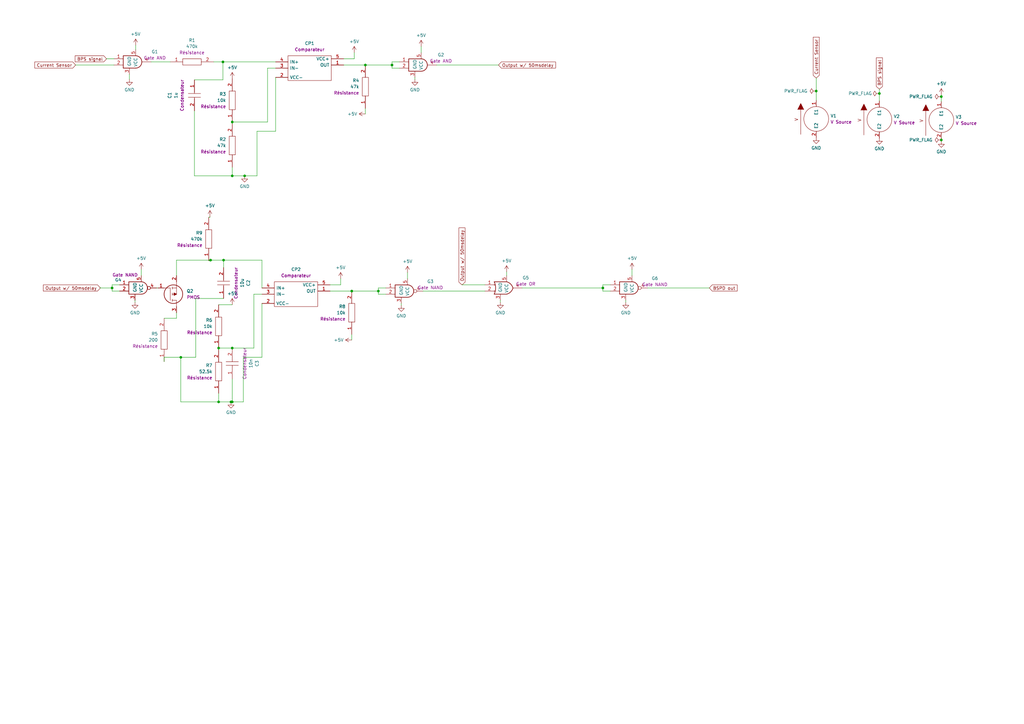
<source format=kicad_sch>
(kicad_sch (version 20230121) (generator eeschema)
  (paper "A3")
  (lib_symbols
    (symbol "EPSA_lib:Condensateur 0805Y1000104JXT" (pin_names (offset 0.762))
      (property "Reference" "C" (at 20.32 5.08 0))
      (property "Value" "10u" (at 11.43 -2.286 0))
      (property "Render Name" "Condensateur" (at 6.35 3.81 0))
      (symbol "Condensateur 0805Y1000104JXT_0_0"
        (pin passive line (at 0 0 0) (length 5.08) (name "~") (number "1"))
        (pin passive line (at 12.7 0 180) (length 5.08) (name "~") (number "2"))
      )
      (symbol "Condensateur 0805Y1000104JXT_0_1"
        (polyline (pts (xy 5.08 0) (xy 5.588 0)) (stroke (width 0.1524)))
        (polyline (pts (xy 5.588 2.54) (xy 5.588 -2.54)) (stroke (width 0.1524)))
        (polyline (pts (xy 7.112 0) (xy 7.62 0)) (stroke (width 0.1524)))
        (polyline (pts (xy 7.112 2.54) (xy 7.112 -2.54)) (stroke (width 0.1524)))
      )
    )
    (symbol "EPSA_lib:Dep_Comparateur TS391ILT" (pin_names (offset 0.762))
      (property "Reference" "CP" (at 35.56 8.89 0))
      (property "Render Name" "Comparateur" (at 13.97 3.81 0))
      (symbol "Dep_Comparateur TS391ILT_0_0"
        (pin passive line (at 27.94 -1.27 180) (length 5.08) (name "OUT") (number "1"))
        (pin passive line (at 0 -6.35 0) (length 5.08) (name "VCC-") (number "2"))
        (pin passive line (at 0 -2.54 0) (length 5.08) (name "IN-") (number "3"))
        (pin passive line (at 0 0 0) (length 5.08) (name "IN+") (number "4"))
        (pin passive line (at 27.94 1.27 180) (length 5.08) (name "VCC+") (number "5"))
      )
      (symbol "Dep_Comparateur TS391ILT_0_1"
        (polyline (pts (xy 5.08 2.54) (xy 22.86 2.54) (xy 22.86 -7.62) (xy 5.08 -7.62) (xy 5.08 2.54)) (stroke (width 0.1524)))
      )
    )
    (symbol "EPSA_lib:Gate AND SN74AHCT1G08DBVR" (pin_names (offset 0.762))
      (property "Reference" "G" (at 34.29 8.89 0))
      (property "Render Name" "Gate AND" (at -1.27 3.81 0))
      (symbol "Gate AND SN74AHCT1G08DBVR_1_1"
        (polyline (pts (xy 5.08 -2.54) (xy 0 -2.54) (xy 0 2.54) (xy 5.08 2.54)) (stroke (width 0.254)))
        (arc (start 5.1025 -2.54) (mid 7.6201 0) (end 5.1025 2.54) (stroke (width 0.254)))
        (pin input line (at -3.81 1.27 0) (length 3.81) (name "~") (number "1"))
        (pin input line (at -3.81 -1.27 0) (length 3.81) (name "~") (number "2"))
        (pin power_in line (at 2.54 -5.08 90) (length 2.54) (name "GND") (number "3"))
        (pin output line (at 11.43 0 180) (length 3.81) (name "~") (number "4"))
        (pin power_in line (at 5.08 5.08 270) (length 2.54) (name "VCC") (number "5"))
      )
    )
    (symbol "EPSA_lib:Gate NAND SN74AHCT1G00DBVR" (pin_names (offset 0.762))
      (property "Reference" "G" (at 35.56 8.89 0))
      (property "Render Name" "Gate NAND" (at -2.54 3.81 0))
      (symbol "Gate NAND SN74AHCT1G00DBVR_1_1"
        (polyline (pts (xy 5.08 -2.54) (xy 0 -2.54) (xy 0 2.54) (xy 5.08 2.54)) (stroke (width 0.254)))
        (arc (start 5.1025 -2.54) (mid 7.6201 0) (end 5.1025 2.54) (stroke (width 0.254)))
        (pin input line (at -3.81 1.27 0) (length 3.81) (name "~") (number "1"))
        (pin input line (at -3.81 -1.27 0) (length 3.81) (name "~") (number "2"))
        (pin power_in line (at 2.54 -5.08 90) (length 2.54) (name "GND") (number "3"))
        (pin output inverted (at 11.43 0 180) (length 3.81) (name "~") (number "4"))
        (pin power_in line (at 5.08 5.08 270) (length 2.54) (name "VCC") (number "5"))
      )
    )
    (symbol "EPSA_lib:Gate OR SN74AHCT1G32DBVR" (pin_names (offset 0.762))
      (property "Reference" "G" (at 34.29 8.89 0))
      (property "Render Name" "Gate OR" (at -1.27 3.81 0))
      (symbol "Gate OR SN74AHCT1G32DBVR_0_1"
        (arc (start 0 -2.54) (mid 0.5766 0) (end -0.0001 2.54) (stroke (width 0.254)))
        (polyline (pts (xy 0 -1.27) (xy 0.423 -1.2701)) (stroke (width 0.254)) (fill (type background)))
        (polyline (pts (xy 0 1.27) (xy 0.423 1.2699)) (stroke (width 0.254)) (fill (type background)))
        (polyline (pts (xy 5.08 -2.54) (xy 0 -2.54)) (stroke (width 0.254)) (fill (type background)))
        (polyline (pts (xy 5.08 2.54) (xy 0 2.54)) (stroke (width 0.254)) (fill (type background)))
        (arc (start 5.1236 -2.5337) (mid 6.7182 -1.6531) (end 7.6819 -0.1073) (stroke (width 0.254)))
        (arc (start 7.6747 -0.0069) (mid 6.748 1.6064) (end 5.1347 2.5331) (stroke (width 0.254)))
      )
      (symbol "Gate OR SN74AHCT1G32DBVR_1_1"
        (pin input line (at -3.81 1.27 0) (length 3.81) (name "~") (number "1"))
        (pin input line (at -3.81 -1.27 0) (length 3.81) (name "~") (number "2"))
        (pin power_in line (at 2.54 -5.08 90) (length 2.54) (name "GND") (number "3"))
        (pin output line (at 11.43 0 180) (length 3.81) (name "~") (number "4"))
        (pin power_in line (at 5.08 5.08 270) (length 2.54) (name "VCC") (number "5"))
      )
    )
    (symbol "EPSA_lib:PMOS SI2343CDS-T1-GE3" (pin_names (offset 0.762))
      (property "Reference" "Q" (at 27.94 12.7 0))
      (property "Render Name" "PMOS" (at 1.27 -1.27 0))
      (symbol "PMOS SI2343CDS-T1-GE3_0_0"
        (pin passive line (at -1.905 10.795 270) (length 2.54) (name "~") (number "1"))
        (pin passive line (at -6.985 3.175 0) (length 2.54) (name "~") (number "2"))
        (pin passive line (at 8.255 3.175 180) (length 2.54) (name "~") (number "3"))
      )
      (symbol "PMOS SI2343CDS-T1-GE3_0_1"
        (polyline (pts (xy -2.413 4.953) (xy -1.397 4.953)) (stroke (width 0.1524)))
        (polyline (pts (xy -1.905 4.953) (xy -1.905 3.175)) (stroke (width 0.1524)))
        (polyline (pts (xy 0.127 4.953) (xy 1.143 4.953)) (stroke (width 0.1524)))
        (polyline (pts (xy 0.635 3.175) (xy -4.445 3.175)) (stroke (width 0.1524)))
        (polyline (pts (xy 0.635 3.175) (xy 0.635 4.953)) (stroke (width 0.1524)))
        (polyline (pts (xy 3.175 3.175) (xy 3.175 4.953)) (stroke (width 0.1524)))
        (polyline (pts (xy 3.175 3.175) (xy 5.715 3.175)) (stroke (width 0.1524)))
        (polyline (pts (xy 3.683 4.953) (xy 2.667 4.953)) (stroke (width 0.1524)))
        (polyline (pts (xy -1.905 8.255) (xy -1.905 5.715) (xy 3.175 5.715)) (stroke (width 0.1524)))
        (polyline (pts (xy 0.635 3.175) (xy 1.143 4.191) (xy 0.127 4.191) (xy 0.635 3.175)) (stroke (width 0.254)) (fill (type outline)))
        (circle (center 0.635 4.445) (radius 3.81) (stroke (width 0.254)))
      )
    )
    (symbol "EPSA_lib:Résistance RK73H2BLTDD2152F" (pin_names (offset 0.762))
      (property "Reference" "R" (at 25.4 5.08 0))
      (property "Value" "10" (at 7.62 -2.54 0))
      (property "Render Name" "Résistance" (at 8.89 2.54 0))
      (symbol "Résistance RK73H2BLTDD2152F_0_0"
        (pin passive line (at 0 0 0) (length 5.08) (name "~") (number "1"))
        (pin passive line (at 17.78 0 180) (length 5.08) (name "~") (number "2"))
      )
      (symbol "Résistance RK73H2BLTDD2152F_0_1"
        (polyline (pts (xy 5.08 1.27) (xy 12.7 1.27) (xy 12.7 -1.27) (xy 5.08 -1.27) (xy 5.08 1.27)) (stroke (width 0.1524)))
      )
    )
    (symbol "EPSA_lib:VSOURCE" (pin_names (offset 1.016)) (in_bom no) (on_board no)
      (property "Reference" "V" (at 8.89 12.7 0))
      (property "Render Name" "V Source" (at -1.27 10.16 0))
      (symbol "VSOURCE_0_1"
        (circle (center -1.27 0) (radius 5.08))
        (polyline (pts (xy -7.62 6.35) (xy 2.54 6.35)) (fill (type outline)))
        (polyline (pts (xy 2.54 7.62) (xy 5.08 6.35) (xy 2.54 5.08)) (fill (type outline)))
        (text "V" (at -1.524 8.128 0) (effects (font (size 1.27 1.27))))
      )
      (symbol "VSOURCE_1_1"
        (pin input line (at 6.35 0 180) (length 2.54) (name "E1") (number "1"))
        (pin input line (at -8.89 0 0) (length 2.54) (name "E2") (number "2"))
      )
    )
    (symbol "power:+5V" (power) (pin_names (offset 0))
      (property "Value" "+5V" (at 0 3.556 0))
      (symbol "+5V_0_1"
        (polyline (pts (xy -0.762 1.27) (xy 0 2.54)))
        (polyline (pts (xy 0 0) (xy 0 2.54)))
        (polyline (pts (xy 0 2.54) (xy 0.762 1.27)))
      )
      (symbol "+5V_1_1"
        (pin power_in line (at 0 0 90) (length 0) hide (name "+5V") (number "1"))
      )
    )
    (symbol "power:GND" (power) (pin_names (offset 0))
      (property "Value" "GND" (at 0 -3.81 0))
      (symbol "GND_0_1"
        (polyline (pts (xy 0 0) (xy 0 -1.27) (xy 1.27 -1.27) (xy 0 -2.54) (xy -1.27 -1.27) (xy 0 -1.27)))
      )
      (symbol "GND_1_1"
        (pin power_in line (at 0 0 270) (length 0) hide (name "GND") (number "1"))
      )
    )
    (symbol "power:PWR_FLAG" (power) (pin_numbers hide) (pin_names (offset 0) hide)
      (property "Value" "PWR_FLAG" (at 0 3.81 0))
      (symbol "PWR_FLAG_0_0"
        (pin power_out line (at 0 0 90) (length 0) (name "pwr") (number "1"))
      )
      (symbol "PWR_FLAG_0_1"
        (polyline (pts (xy 0 0) (xy 0 1.27) (xy -1.016 1.905) (xy 0 2.54) (xy 1.016 1.905) (xy 0 1.27)))
      )
    )
  )
  (junction (at 74.168 146.558))
  (junction (at 144.272 119.38))
  (junction (at 86.36 106.68))
  (junction (at 95.25 72.136))
  (junction (at 91.694 106.68))
  (junction (at 386.08 57.404))
  (junction (at 89.662 164.846))
  (junction (at 95.25 164.846))
  (junction (at 45.974 118.11))
  (junction (at 94.742 164.846))
  (junction (at 155.194 119.38))
  (junction (at 386.08 39.624))
  (junction (at 95.25 50.038))
  (junction (at 360.68 38.354))
  (junction (at 247.269 118.11))
  (junction (at 160.782 26.67))
  (junction (at 334.772 37.338))
  (junction (at 149.86 26.67))
  (junction (at 100.33 72.136))
  (junction (at 91.44 25.4))
  (junction (at 89.662 142.748))
  (junction (at 95.25 142.748))
  (wire (pts (xy 86.36 106.68) (xy 91.694 106.68)))
  (wire (pts (xy 113.03 31.75) (xy 113.03 53.848)))
  (wire (pts (xy 89.662 164.846) (xy 89.662 161.29)))
  (wire (pts (xy 113.03 53.848) (xy 105.41 53.848)))
  (wire (pts (xy 160.782 25.4) (xy 160.782 26.67)))
  (wire (pts (xy 45.974 118.11) (xy 45.974 119.38)))
  (wire (pts (xy 109.728 50.038) (xy 109.728 27.94)))
  (wire (pts (xy 43.688 24.13) (xy 46.736 24.13)))
  (wire (pts (xy 86.36 106.934) (xy 86.36 106.68)))
  (wire (pts (xy 86.106 89.154) (xy 86.106 88.9)))
  (wire (pts (xy 139.7 116.84) (xy 135.382 116.84)))
  (wire (pts (xy 89.662 142.748) (xy 89.662 143.51)))
  (wire (pts (xy 95.25 72.136) (xy 95.25 68.58)))
  (wire (pts (xy 53.086 30.48) (xy 53.086 32.512)))
  (wire (pts (xy 64.262 118.11) (xy 64.77 118.11)))
  (wire (pts (xy 85.598 89.154) (xy 86.106 89.154)))
  (wire (pts (xy 95.25 142.748) (xy 104.14 142.748)))
  (wire (pts (xy 80.264 122.428) (xy 91.694 122.428)))
  (wire (pts (xy 91.694 109.728) (xy 91.694 106.68)))
  (wire (pts (xy 109.728 27.94) (xy 113.03 27.94)))
  (wire (pts (xy 74.168 146.558) (xy 74.168 164.846)))
  (wire (pts (xy 265.557 118.11) (xy 290.957 118.11)))
  (wire (pts (xy 95.25 72.136) (xy 79.756 72.136)))
  (wire (pts (xy 247.269 116.84) (xy 247.269 118.11)))
  (wire (pts (xy 386.08 38.862) (xy 386.08 39.624)))
  (wire (pts (xy 160.782 27.94) (xy 163.83 27.94)))
  (wire (pts (xy 145.288 21.59) (xy 145.288 24.13)))
  (wire (pts (xy 155.194 120.65) (xy 158.242 120.65)))
  (wire (pts (xy 173.482 119.38) (xy 198.882 119.38)))
  (wire (pts (xy 334.772 32.004) (xy 334.772 37.338)))
  (wire (pts (xy 89.662 164.846) (xy 74.168 164.846)))
  (wire (pts (xy 80.264 146.558) (xy 74.168 146.558)))
  (wire (pts (xy 85.598 106.934) (xy 86.36 106.934)))
  (wire (pts (xy 167.132 111.76) (xy 167.132 114.3)))
  (wire (pts (xy 334.772 37.338) (xy 334.772 41.148)))
  (wire (pts (xy 135.382 119.38) (xy 144.272 119.38)))
  (wire (pts (xy 189.484 116.84) (xy 198.882 116.84)))
  (wire (pts (xy 247.269 118.11) (xy 247.269 119.38)))
  (wire (pts (xy 207.772 111.506) (xy 207.772 113.03)))
  (wire (pts (xy 164.592 124.46) (xy 164.592 125.222)))
  (wire (pts (xy 94.742 164.846) (xy 89.662 164.846)))
  (wire (pts (xy 91.44 32.766) (xy 79.756 32.766)))
  (wire (pts (xy 95.25 124.968) (xy 89.662 124.968)))
  (wire (pts (xy 79.756 72.136) (xy 79.756 45.466)))
  (wire (pts (xy 360.68 38.354) (xy 360.68 41.402)))
  (wire (pts (xy 386.08 57.404) (xy 386.08 56.896)))
  (wire (pts (xy 72.39 106.68) (xy 86.36 106.68)))
  (wire (pts (xy 144.272 139.446) (xy 144.272 137.16)))
  (wire (pts (xy 107.442 124.46) (xy 107.442 146.558)))
  (wire (pts (xy 49.022 116.84) (xy 45.974 116.84)))
  (wire (pts (xy 386.08 39.624) (xy 386.08 41.656)))
  (wire (pts (xy 214.122 118.11) (xy 247.269 118.11)))
  (wire (pts (xy 80.264 122.428) (xy 80.264 146.558)))
  (wire (pts (xy 95.25 164.846) (xy 94.742 164.846)))
  (wire (pts (xy 57.912 110.49) (xy 57.912 113.03)))
  (wire (pts (xy 95.25 50.038) (xy 109.728 50.038)))
  (wire (pts (xy 41.148 118.11) (xy 41.148 117.856)))
  (wire (pts (xy 55.372 123.19) (xy 55.372 123.952)))
  (wire (pts (xy 61.976 25.4) (xy 69.85 25.4)))
  (wire (pts (xy 105.41 53.848) (xy 105.41 72.136)))
  (wire (pts (xy 158.242 118.11) (xy 155.194 118.11)))
  (wire (pts (xy 67.31 146.558) (xy 74.168 146.558)))
  (wire (pts (xy 155.194 119.38) (xy 155.194 120.65)))
  (wire (pts (xy 45.974 119.38) (xy 49.022 119.38)))
  (wire (pts (xy 170.18 31.75) (xy 170.18 32.512)))
  (wire (pts (xy 72.39 130.556) (xy 67.31 130.556)))
  (wire (pts (xy 104.14 142.748) (xy 104.14 120.65)))
  (wire (pts (xy 144.272 119.38) (xy 155.194 119.38)))
  (wire (pts (xy 104.14 120.65) (xy 107.442 120.65)))
  (wire (pts (xy 95.25 50.038) (xy 95.25 50.8)))
  (wire (pts (xy 205.232 123.19) (xy 205.232 123.952)))
  (wire (pts (xy 107.442 146.558) (xy 99.822 146.558)))
  (wire (pts (xy 163.83 25.4) (xy 160.782 25.4)))
  (wire (pts (xy 99.822 164.846) (xy 95.25 164.846)))
  (wire (pts (xy 99.822 146.558) (xy 99.822 164.846)))
  (wire (pts (xy 45.974 116.84) (xy 45.974 118.11)))
  (wire (pts (xy 247.269 119.38) (xy 250.317 119.38)))
  (wire (pts (xy 30.988 26.67) (xy 46.736 26.67)))
  (wire (pts (xy 91.694 106.68) (xy 107.442 106.68)))
  (wire (pts (xy 95.25 155.448) (xy 95.25 164.846)))
  (wire (pts (xy 360.68 36.576) (xy 360.68 38.354)))
  (wire (pts (xy 139.7 114.3) (xy 139.7 116.84)))
  (wire (pts (xy 107.442 106.68) (xy 107.442 118.11)))
  (wire (pts (xy 91.44 25.4) (xy 113.03 25.4)))
  (wire (pts (xy 105.41 72.136) (xy 100.33 72.136)))
  (wire (pts (xy 386.08 57.912) (xy 386.08 57.404)))
  (wire (pts (xy 160.782 26.67) (xy 160.782 27.94)))
  (wire (pts (xy 256.667 123.19) (xy 256.667 123.952)))
  (wire (pts (xy 145.288 24.13) (xy 140.97 24.13)))
  (wire (pts (xy 41.148 118.11) (xy 45.974 118.11)))
  (wire (pts (xy 250.317 116.84) (xy 247.269 116.84)))
  (wire (pts (xy 91.44 32.766) (xy 91.44 25.4)))
  (wire (pts (xy 155.194 118.11) (xy 155.194 119.38)))
  (wire (pts (xy 140.97 26.67) (xy 149.86 26.67)))
  (wire (pts (xy 89.662 142.748) (xy 95.25 142.748)))
  (wire (pts (xy 149.86 26.67) (xy 160.782 26.67)))
  (wire (pts (xy 172.72 19.05) (xy 172.72 21.59)))
  (wire (pts (xy 67.31 146.558) (xy 67.31 148.336)))
  (wire (pts (xy 259.207 110.49) (xy 259.207 113.03)))
  (wire (pts (xy 179.07 26.67) (xy 204.47 26.67)))
  (wire (pts (xy 100.33 72.136) (xy 95.25 72.136)))
  (wire (pts (xy 72.39 106.68) (xy 72.39 113.03)))
  (wire (pts (xy 55.626 18.542) (xy 55.626 20.32)))
  (wire (pts (xy 91.44 25.4) (xy 87.63 25.4)))
  (wire (pts (xy 149.86 46.736) (xy 149.86 44.45)))
  (wire (pts (xy 72.39 128.27) (xy 72.39 130.556)))
  (global_label "Output w{slash} 50msdelay" (shape input) (at 204.47 26.67 0) (property "Intersheetrefs" "${INTERSHEET_REFS}" (effects hide)))
  (global_label "Current Sensor" (shape input) (at 30.988 26.67 180) (property "Intersheetrefs" "${INTERSHEET_REFS}" (effects hide)))
  (global_label "BPS signal" (shape input) (at 360.68 36.576 90) (property "Intersheetrefs" "${INTERSHEET_REFS}" (effects hide)))
  (global_label "BPS signal" (shape input) (at 43.688 24.13 180) (property "Intersheetrefs" "${INTERSHEET_REFS}" (effects hide)))
  (global_label "Current Sensor" (shape input) (at 334.772 32.004 90) (property "Intersheetrefs" "${INTERSHEET_REFS}" (effects hide)))
  (global_label "BSPD out" (shape input) (at 290.957 118.11 0) (property "Intersheetrefs" "${INTERSHEET_REFS}" (effects hide)))
  (global_label "Output w{slash} 50msdelay" (shape input) (at 41.148 118.11 180) (property "Intersheetrefs" "${INTERSHEET_REFS}" (effects hide)))
  (global_label "Output w{slash} 50msdelay" (shape input) (at 189.484 116.84 90) (property "Intersheetrefs" "${INTERSHEET_REFS}" (effects hide)))
  (symbol (lib_id "EPSA_lib:Résistance RK73H2BLTDD2152F") (at 69.85 25.4 0) (unit 1)
    (property "Reference" "R1" (at 78.74 16.51 0))
    (property "Value" "470k" (at 78.74 19.05 0))
    (property "Footprint" "EPSA_lib:RESC3216X70N" (effects hide))
    (property "Datasheet" "http://www.koaspeer.com/catimages/Products/RK73H/RK73H.pdf" (effects hide))
    (property "Sim.Pins" "1=+ 2=-" (effects hide))
    (property "Sim.Device" "R" (effects hide))
    (property "Description" "Thick Film Resistors - SMD" (effects hide))
    (property "Height" "0.7" (effects hide))
    (property "Manufacturer_Name" "KOA Speer" (effects hide))
    (property "Manufacturer_Part_Number" "RK73H2BLTDD2152F" (effects hide))
    (property "Mouser Part Number" "N/A" (effects hide))
    (property "Mouser Price/Stock" "https://www.mouser.co.uk/ProductDetail/KOA-Speer/RK73H2BLTDD2152F?qs=WeIALVmW3zmyxMFsjVzMRw%3D%3D" (effects hide))
    (property "Render Name" "Résistance" (at 78.74 21.59 0))
  )
  (symbol (lib_id "power:PWR_FLAG") (at 386.08 39.624 90) (unit 1)
    (property "Reference" "#FLG03" (effects hide))
    (property "Value" "PWR_FLAG" (at 382.524 39.624 90) (effects (justify left)))
  )
  (symbol (lib_id "power:GND") (at 94.742 164.846 0) (unit 1)
    (property "Reference" "#PWR012" (effects hide))
    (property "Value" "GND" (at 94.742 169.164 0))
  )
  (symbol (lib_id "EPSA_lib:Résistance RK73H2BLTDD2152F") (at 95.25 68.58 270) (mirror x) (unit 1)
    (property "Reference" "R2" (at 92.71 57.15 90) (effects (justify right)))
    (property "Value" "47k" (at 92.71 59.69 90) (effects (justify right)))
    (property "Footprint" "EPSA_lib:RESC3216X70N" (effects hide))
    (property "Datasheet" "http://www.koaspeer.com/catimages/Products/RK73H/RK73H.pdf" (effects hide))
    (property "Sim.Pins" "1=+ 2=-" (effects hide))
    (property "Sim.Device" "R" (effects hide))
    (property "Description" "Thick Film Resistors - SMD" (effects hide))
    (property "Height" "0.7" (effects hide))
    (property "Manufacturer_Name" "KOA Speer" (effects hide))
    (property "Manufacturer_Part_Number" "RK73H2BLTDD2152F" (effects hide))
    (property "Mouser Part Number" "N/A" (effects hide))
    (property "Mouser Price/Stock" "https://www.mouser.co.uk/ProductDetail/KOA-Speer/RK73H2BLTDD2152F?qs=WeIALVmW3zmyxMFsjVzMRw%3D%3D" (effects hide))
    (property "Render Name" "Résistance" (at 92.71 62.23 90) (effects (justify right)))
  )
  (symbol (lib_id "power:PWR_FLAG") (at 386.08 57.404 90) (unit 1)
    (property "Reference" "#FLG04" (effects hide))
    (property "Value" "PWR_FLAG" (at 382.524 57.404 90) (effects (justify left)))
  )
  (symbol (lib_id "EPSA_lib:Gate NAND SN74AHCT1G00DBVR") (at 254.127 118.11 0) (unit 1)
    (property "Reference" "G6" (at 268.605 114.1731 0))
    (property "Value" "Gate NAND SN74AHCT1G00DBVR" (effects hide))
    (property "Footprint" "EPSA_lib:SOT95P280X145-5N" (effects hide))
    (property "Datasheet" "http://www.ti.com/lit/gpn/sn74ahct1g00" (effects hide))
    (property "Sim.Pins" "4=1 1=2 2=3 5=4 3=5" (effects hide))
    (property "Sim.Device" "SPICE" (effects hide))
    (property "Sim.Params" "type=\"X\" model=\"SN74AHCT1G00\" lib=\"${EPSA}\\SpiceModel\\NAND_SN74AHCT1G00.lib\"" (effects hide))
    (property "Description" "Single 2-Input Positive-NAND Gate" (effects hide))
    (property "Height" "1.45" (effects hide))
    (property "Manufacturer_Name" "Texas Instruments" (effects hide))
    (property "Manufacturer_Part_Number" "SN74AHCT1G00DBVR" (effects hide))
    (property "Mouser Part Number" "595-SN74AHCT1G00DBVR" (effects hide))
    (property "Mouser Price/Stock" "https://www.mouser.co.uk/ProductDetail/Texas-Instruments/SN74AHCT1G00DBVR?qs=w32V8uFkMxnwwXcMH%2F61Dg%3D%3D" (effects hide))
    (property "Arrow Part Number" "SN74AHCT1G00DBVR" (effects hide))
    (property "Arrow Price/Stock" "https://www.arrow.com/en/products/sn74ahct1g00dbvr/texas-instruments" (effects hide))
    (property "Render Name" "Gate NAND" (at 268.605 116.7131 0))
  )
  (symbol (lib_id "power:+5V") (at 144.272 139.446 90) (unit 1)
    (property "Reference" "#PWR014" (effects hide))
    (property "Value" "+5V" (at 140.97 139.446 90) (effects (justify left)))
  )
  (symbol (lib_id "power:+5V") (at 167.132 111.76 0) (unit 1)
    (property "Reference" "#PWR018" (effects hide))
    (property "Value" "+5V" (at 167.132 107.188 0))
  )
  (symbol (lib_id "EPSA_lib:Résistance RK73H2BLTDD2152F") (at 89.662 142.748 270) (mirror x) (unit 1)
    (property "Reference" "R6" (at 87.122 131.318 90) (effects (justify right)))
    (property "Value" "10k" (at 87.122 133.858 90) (effects (justify right)))
    (property "Footprint" "EPSA_lib:RESC3216X70N" (effects hide))
    (property "Datasheet" "http://www.koaspeer.com/catimages/Products/RK73H/RK73H.pdf" (effects hide))
    (property "Sim.Pins" "1=+ 2=-" (effects hide))
    (property "Sim.Device" "R" (effects hide))
    (property "Description" "Thick Film Resistors - SMD" (effects hide))
    (property "Height" "0.7" (effects hide))
    (property "Manufacturer_Name" "KOA Speer" (effects hide))
    (property "Manufacturer_Part_Number" "RK73H2BLTDD2152F" (effects hide))
    (property "Mouser Part Number" "N/A" (effects hide))
    (property "Mouser Price/Stock" "https://www.mouser.co.uk/ProductDetail/KOA-Speer/RK73H2BLTDD2152F?qs=WeIALVmW3zmyxMFsjVzMRw%3D%3D" (effects hide))
    (property "Render Name" "Résistance" (at 87.122 136.398 90) (effects (justify right)))
  )
  (symbol (lib_id "power:+5V") (at 259.207 110.49 0) (unit 1)
    (property "Reference" "#PWR024" (effects hide))
    (property "Value" "+5V" (at 259.207 105.918 0))
  )
  (symbol (lib_id "power:+5V") (at 95.25 124.968 0) (unit 1)
    (property "Reference" "#PWR010" (effects hide))
    (property "Value" "+5V" (at 95.25 120.396 0))
  )
  (symbol (lib_id "EPSA_lib:Condensateur 0805Y1000104JXT") (at 91.694 122.428 270) (mirror x) (unit 1)
    (property "Reference" "C2" (at 101.854 116.078 0))
    (property "Value" "10u" (at 99.314 116.078 0))
    (property "Footprint" "EPSA_lib:CAPC2012X130N" (effects hide))
    (property "Datasheet" "http://docs-europe.electrocomponents.com/webdocs/119d/0900766b8119d7bc.pdf" (effects hide))
    (property "Sim.Pins" "1=+ 2=-" (effects hide))
    (property "Sim.Device" "C" (effects hide))
    (property "Description" "Syfer 0805 Ceramic Chip Capacitors" (effects hide))
    (property "Height" "1.3" (effects hide))
    (property "Manufacturer_Name" "Syfer" (effects hide))
    (property "Manufacturer_Part_Number" "0805Y1000104JXT" (effects hide))
    (property "Render Name" "Condensateur" (at 96.774 116.078 0))
  )
  (symbol (lib_id "power:GND") (at 53.086 32.512 0) (unit 1)
    (property "Reference" "#PWR02" (effects hide))
    (property "Value" "GND" (at 53.086 36.83 0))
  )
  (symbol (lib_id "power:+5V") (at 55.626 18.542 0) (unit 1)
    (property "Reference" "#PWR01" (effects hide))
    (property "Value" "+5V" (at 55.626 13.97 0))
  )
  (symbol (lib_id "EPSA_lib:Résistance RK73H2BLTDD2152F") (at 85.598 106.934 270) (mirror x) (unit 1)
    (property "Reference" "R9" (at 83.058 95.504 90) (effects (justify right)))
    (property "Value" "470k" (at 83.058 98.044 90) (effects (justify right)))
    (property "Footprint" "EPSA_lib:RESC3216X70N" (effects hide))
    (property "Datasheet" "http://www.koaspeer.com/catimages/Products/RK73H/RK73H.pdf" (effects hide))
    (property "Sim.Pins" "1=+ 2=-" (effects hide))
    (property "Sim.Device" "R" (effects hide))
    (property "Description" "Thick Film Resistors - SMD" (effects hide))
    (property "Height" "0.7" (effects hide))
    (property "Manufacturer_Name" "KOA Speer" (effects hide))
    (property "Manufacturer_Part_Number" "RK73H2BLTDD2152F" (effects hide))
    (property "Mouser Part Number" "N/A" (effects hide))
    (property "Mouser Price/Stock" "https://www.mouser.co.uk/ProductDetail/KOA-Speer/RK73H2BLTDD2152F?qs=WeIALVmW3zmyxMFsjVzMRw%3D%3D" (effects hide))
    (property "Render Name" "Résistance" (at 83.058 100.584 90) (effects (justify right)))
  )
  (symbol (lib_id "power:GND") (at 205.232 123.952 0) (unit 1)
    (property "Reference" "#PWR022" (effects hide))
    (property "Value" "GND" (at 205.232 128.27 0))
  )
  (symbol (lib_id "EPSA_lib:Gate NAND SN74AHCT1G00DBVR") (at 52.832 118.11 0) (unit 1)
    (property "Reference" "G4" (at 48.514 114.808 0))
    (property "Value" "Gate NAND SN74AHCT1G00DBVR" (effects hide))
    (property "Footprint" "EPSA_lib:SOT95P280X145-5N" (effects hide))
    (property "Datasheet" "http://www.ti.com/lit/gpn/sn74ahct1g00" (effects hide))
    (property "Sim.Pins" "4=1 1=2 2=3 5=4 3=5" (effects hide))
    (property "Sim.Device" "SPICE" (effects hide))
    (property "Sim.Params" "type=\"X\" model=\"SN74AHCT1G00\" lib=\"${EPSA}\\SpiceModel\\NAND_SN74AHCT1G00.lib\"" (effects hide))
    (property "Description" "Single 2-Input Positive-NAND Gate" (effects hide))
    (property "Height" "1.45" (effects hide))
    (property "Manufacturer_Name" "Texas Instruments" (effects hide))
    (property "Manufacturer_Part_Number" "SN74AHCT1G00DBVR" (effects hide))
    (property "Mouser Part Number" "595-SN74AHCT1G00DBVR" (effects hide))
    (property "Mouser Price/Stock" "https://www.mouser.co.uk/ProductDetail/Texas-Instruments/SN74AHCT1G00DBVR?qs=w32V8uFkMxnwwXcMH%2F61Dg%3D%3D" (effects hide))
    (property "Arrow Part Number" "SN74AHCT1G00DBVR" (effects hide))
    (property "Arrow Price/Stock" "https://www.arrow.com/en/products/sn74ahct1g00dbvr/texas-instruments" (effects hide))
    (property "Render Name" "Gate NAND" (at 51.308 112.776 0))
  )
  (symbol (lib_id "EPSA_lib:Gate AND SN74AHCT1G08DBVR") (at 167.64 26.67 0) (unit 1)
    (property "Reference" "G2" (at 180.848 22.4791 0))
    (property "Value" "Gate AND SN74AHCT1G08DBVR" (effects hide))
    (property "Footprint" "EPSA_lib:SOT95P280X145-5N" (effects hide))
    (property "Datasheet" "https://datasheet.datasheetarchive.com/originals/distributors/SFDatasheet-6/sf-000128638.pdf" (effects hide))
    (property "Sim.Pins" "4=1 1=2 2=3 5=4 3=5" (effects hide))
    (property "Sim.Device" "SPICE" (effects hide))
    (property "Sim.Params" "type=\"X\" model=\"SN74AHC1G08\" lib=\"${EPSA}\\SpiceModel\\AND_SN74AHC1G08.lib\"" (effects hide))
    (property "Description" "SN74AHCT1G08DBVR, Logic Gate 2 Input AND, AHCT, 8mA 5V 5-Pin SOT-23" (effects hide))
    (property "Height" "1.45" (effects hide))
    (property "Manufacturer_Name" "Texas Instruments" (effects hide))
    (property "Manufacturer_Part_Number" "SN74AHCT1G08DBVR" (effects hide))
    (property "Mouser Part Number" "595-SN74AHCT1G08DBVR" (effects hide))
    (property "Mouser Price/Stock" "https://www.mouser.co.uk/ProductDetail/Texas-Instruments/SN74AHCT1G08DBVR?qs=8Pd2FuFSoMGY9AK%2Ftqwbcw%3D%3D" (effects hide))
    (property "Arrow Part Number" "SN74AHCT1G08DBVR" (effects hide))
    (property "Arrow Price/Stock" "https://www.arrow.com/en/products/sn74ahct1g08dbvr/texas-instruments?region=nac" (effects hide))
    (property "Render Name" "Gate AND" (at 180.848 25.0191 0))
  )
  (symbol (lib_id "power:GND") (at 386.08 57.912 0) (unit 1)
    (property "Reference" "#PWR07" (effects hide))
    (property "Value" "GND" (at 386.08 62.23 0))
  )
  (symbol (lib_id "power:+5V") (at 57.912 110.49 0) (unit 1)
    (property "Reference" "#PWR020" (effects hide))
    (property "Value" "+5V" (at 57.912 105.918 0))
  )
  (symbol (lib_id "EPSA_lib:VSOURCE") (at 360.68 47.752 90) (unit 1) (in_bom no) (on_board no)
    (property "Reference" "V2" (at 366.522 47.752 90) (effects (justify right)))
    (property "Value" "5" (effects hide))
    (property "Sim.Pins" "1=+ 2=-" (effects hide))
    (property "Sim.Type" "PULSE" (effects hide))
    (property "Sim.Device" "V" (effects hide))
    (property "Render Name" "V Source" (at 366.522 50.292 90) (effects (justify right)))
    (property "Sim.Params" "y1=0 y2=5 td=1 tr=0.01 tf=0.01 tw=5 per=10 np=4" (effects hide))
  )
  (symbol (lib_id "EPSA_lib:Résistance RK73H2BLTDD2152F") (at 89.662 161.29 270) (mirror x) (unit 1)
    (property "Reference" "R7" (at 87.122 149.86 90) (effects (justify right)))
    (property "Value" "52.5k" (at 87.122 152.4 90) (effects (justify right)))
    (property "Footprint" "EPSA_lib:RESC3216X70N" (effects hide))
    (property "Datasheet" "http://www.koaspeer.com/catimages/Products/RK73H/RK73H.pdf" (effects hide))
    (property "Sim.Pins" "1=+ 2=-" (effects hide))
    (property "Sim.Device" "R" (effects hide))
    (property "Description" "Thick Film Resistors - SMD" (effects hide))
    (property "Height" "0.7" (effects hide))
    (property "Manufacturer_Name" "KOA Speer" (effects hide))
    (property "Manufacturer_Part_Number" "RK73H2BLTDD2152F" (effects hide))
    (property "Mouser Part Number" "N/A" (effects hide))
    (property "Mouser Price/Stock" "https://www.mouser.co.uk/ProductDetail/KOA-Speer/RK73H2BLTDD2152F?qs=WeIALVmW3zmyxMFsjVzMRw%3D%3D" (effects hide))
    (property "Render Name" "Résistance" (at 87.122 154.94 90) (effects (justify right)))
  )
  (symbol (lib_id "EPSA_lib:Résistance RK73H2BLTDD2152F") (at 67.31 148.336 270) (mirror x) (unit 1)
    (property "Reference" "R5" (at 64.77 136.906 90) (effects (justify right)))
    (property "Value" "200" (at 64.77 139.446 90) (effects (justify right)))
    (property "Footprint" "EPSA_lib:RESC3216X70N" (effects hide))
    (property "Datasheet" "http://www.koaspeer.com/catimages/Products/RK73H/RK73H.pdf" (effects hide))
    (property "Sim.Pins" "1=+ 2=-" (effects hide))
    (property "Sim.Device" "R" (effects hide))
    (property "Description" "Thick Film Resistors - SMD" (effects hide))
    (property "Height" "0.7" (effects hide))
    (property "Manufacturer_Name" "KOA Speer" (effects hide))
    (property "Manufacturer_Part_Number" "RK73H2BLTDD2152F" (effects hide))
    (property "Mouser Part Number" "N/A" (effects hide))
    (property "Mouser Price/Stock" "https://www.mouser.co.uk/ProductDetail/KOA-Speer/RK73H2BLTDD2152F?qs=WeIALVmW3zmyxMFsjVzMRw%3D%3D" (effects hide))
    (property "Render Name" "Résistance" (at 64.77 141.986 90) (effects (justify right)))
  )
  (symbol (lib_id "EPSA_lib:VSOURCE") (at 386.08 48.006 90) (unit 1) (in_bom no) (on_board no)
    (property "Reference" "V3" (at 391.922 48.006 90) (effects (justify right)))
    (property "Value" "5" (effects hide))
    (property "Sim.Pins" "1=+ 2=-" (effects hide))
    (property "Sim.Type" "DC" (effects hide))
    (property "Sim.Device" "V" (effects hide))
    (property "Render Name" "V Source" (at 391.922 50.546 90) (effects (justify right)))
  )
  (symbol (lib_id "power:+5V") (at 172.72 19.05 0) (unit 1)
    (property "Reference" "#PWR015" (effects hide))
    (property "Value" "+5V" (at 172.72 14.478 0))
  )
  (symbol (lib_id "power:+5V") (at 139.7 114.3 0) (unit 1)
    (property "Reference" "#PWR013" (effects hide))
    (property "Value" "+5V" (at 139.7 109.728 0))
  )
  (symbol (lib_id "power:+5V") (at 149.86 46.736 90) (unit 1)
    (property "Reference" "#PWR011" (effects hide))
    (property "Value" "+5V" (at 146.558 46.736 90) (effects (justify left)))
  )
  (symbol (lib_id "EPSA_lib:Gate AND SN74AHCT1G08DBVR") (at 50.546 25.4 0) (unit 1)
    (property "Reference" "G1" (at 63.5 21.2091 0))
    (property "Value" "Gate AND SN74AHCT1G08DBVR" (effects hide))
    (property "Footprint" "EPSA_lib:SOT95P280X145-5N" (effects hide))
    (property "Datasheet" "https://datasheet.datasheetarchive.com/originals/distributors/SFDatasheet-6/sf-000128638.pdf" (effects hide))
    (property "Sim.Pins" "4=1 1=2 2=3 5=4 3=5" (effects hide))
    (property "Sim.Device" "SPICE" (effects hide))
    (property "Sim.Params" "type=\"X\" model=\"SN74AHC1G08\" lib=\"${EPSA}\\SpiceModel\\AND_SN74AHC1G08.lib\"" (effects hide))
    (property "Description" "SN74AHCT1G08DBVR, Logic Gate 2 Input AND, AHCT, 8mA 5V 5-Pin SOT-23" (effects hide))
    (property "Height" "1.45" (effects hide))
    (property "Manufacturer_Name" "Texas Instruments" (effects hide))
    (property "Manufacturer_Part_Number" "SN74AHCT1G08DBVR" (effects hide))
    (property "Mouser Part Number" "595-SN74AHCT1G08DBVR" (effects hide))
    (property "Mouser Price/Stock" "https://www.mouser.co.uk/ProductDetail/Texas-Instruments/SN74AHCT1G08DBVR?qs=8Pd2FuFSoMGY9AK%2Ftqwbcw%3D%3D" (effects hide))
    (property "Arrow Part Number" "SN74AHCT1G08DBVR" (effects hide))
    (property "Arrow Price/Stock" "https://www.arrow.com/en/products/sn74ahct1g08dbvr/texas-instruments?region=nac" (effects hide))
    (property "Render Name" "Gate AND" (at 63.5 23.7491 0))
  )
  (symbol (lib_id "EPSA_lib:Condensateur 0805Y1000104JXT") (at 95.25 155.448 270) (mirror x) (unit 1)
    (property "Reference" "C3" (at 105.41 149.098 0))
    (property "Value" "10n" (at 102.87 149.098 0))
    (property "Footprint" "EPSA_lib:CAPC2012X130N" (effects hide))
    (property "Datasheet" "http://docs-europe.electrocomponents.com/webdocs/119d/0900766b8119d7bc.pdf" (effects hide))
    (property "Sim.Pins" "1=+ 2=-" (effects hide))
    (property "Sim.Device" "C" (effects hide))
    (property "Description" "Syfer 0805 Ceramic Chip Capacitors" (effects hide))
    (property "Height" "1.3" (effects hide))
    (property "Manufacturer_Name" "Syfer" (effects hide))
    (property "Manufacturer_Part_Number" "0805Y1000104JXT" (effects hide))
    (property "Render Name" "Condensateur" (at 100.33 149.098 0))
  )
  (symbol (lib_id "EPSA_lib:Résistance RK73H2BLTDD2152F") (at 95.25 50.038 270) (mirror x) (unit 1)
    (property "Reference" "R3" (at 92.71 38.608 90) (effects (justify right)))
    (property "Value" "10k" (at 92.71 41.148 90) (effects (justify right)))
    (property "Footprint" "EPSA_lib:RESC3216X70N" (effects hide))
    (property "Datasheet" "http://www.koaspeer.com/catimages/Products/RK73H/RK73H.pdf" (effects hide))
    (property "Sim.Pins" "1=+ 2=-" (effects hide))
    (property "Sim.Device" "R" (effects hide))
    (property "Description" "Thick Film Resistors - SMD" (effects hide))
    (property "Height" "0.7" (effects hide))
    (property "Manufacturer_Name" "KOA Speer" (effects hide))
    (property "Manufacturer_Part_Number" "RK73H2BLTDD2152F" (effects hide))
    (property "Mouser Part Number" "N/A" (effects hide))
    (property "Mouser Price/Stock" "https://www.mouser.co.uk/ProductDetail/KOA-Speer/RK73H2BLTDD2152F?qs=WeIALVmW3zmyxMFsjVzMRw%3D%3D" (effects hide))
    (property "Render Name" "Résistance" (at 92.71 43.688 90) (effects (justify right)))
  )
  (symbol (lib_id "power:PWR_FLAG") (at 360.68 38.354 90) (unit 1)
    (property "Reference" "#FLG02" (effects hide))
    (property "Value" "PWR_FLAG" (at 357.632 38.354 90) (effects (justify left)))
  )
  (symbol (lib_id "EPSA_lib:Résistance RK73H2BLTDD2152F") (at 149.86 44.45 270) (mirror x) (unit 1)
    (property "Reference" "R4" (at 147.32 33.02 90) (effects (justify right)))
    (property "Value" "47k" (at 147.32 35.56 90) (effects (justify right)))
    (property "Footprint" "EPSA_lib:RESC3216X70N" (effects hide))
    (property "Datasheet" "http://www.koaspeer.com/catimages/Products/RK73H/RK73H.pdf" (effects hide))
    (property "Sim.Pins" "1=+ 2=-" (effects hide))
    (property "Sim.Device" "R" (effects hide))
    (property "Description" "Thick Film Resistors - SMD" (effects hide))
    (property "Height" "0.7" (effects hide))
    (property "Manufacturer_Name" "KOA Speer" (effects hide))
    (property "Manufacturer_Part_Number" "RK73H2BLTDD2152F" (effects hide))
    (property "Mouser Part Number" "N/A" (effects hide))
    (property "Mouser Price/Stock" "https://www.mouser.co.uk/ProductDetail/KOA-Speer/RK73H2BLTDD2152F?qs=WeIALVmW3zmyxMFsjVzMRw%3D%3D" (effects hide))
    (property "Render Name" "Résistance" (at 147.32 38.1 90) (effects (justify right)))
  )
  (symbol (lib_id "power:+5V") (at 145.288 21.59 0) (unit 1)
    (property "Reference" "#PWR04" (effects hide))
    (property "Value" "+5V" (at 145.288 17.018 0))
  )
  (symbol (lib_id "EPSA_lib:Dep_Comparateur TS391ILT") (at 107.442 118.11 0) (unit 1)
    (property "Reference" "CP2" (at 121.412 110.49 0))
    (property "Value" "Comparateur TS391ILT" (effects hide))
    (property "Footprint" "EPSA_lib:SOT95P280X145-5N" (effects hide))
    (property "Datasheet" "http://www.st.com/st-web-ui/static/active/en/resource/technical/document/datasheet/CD00001660.pdf" (effects hide))
    (property "Sim.Pins" "4=1 3=2 5=3 2=4 1=5" (effects hide))
    (property "Sim.Device" "SPICE" (effects hide))
    (property "Sim.Params" "type=\"X\" model=\"TS391\" lib=\"${EPSA}\\SpiceModel\\C_ts391.lib\"" (effects hide))
    (property "Description" "TS391ILT, Comparator Open Collector 0.3us 12 V, 15 V, 18 V, 24 V, 28 V, 3 V, 5 V, 9 V 5-Pin SOT-23" (effects hide))
    (property "Height" "1.45" (effects hide))
    (property "Manufacturer_Name" "STMicroelectronics" (effects hide))
    (property "Manufacturer_Part_Number" "TS391ILT" (effects hide))
    (property "Mouser Part Number" "511-TS391IL" (effects hide))
    (property "Mouser Price/Stock" "https://www.mouser.co.uk/ProductDetail/STMicroelectronics/TS391ILT?qs=P8h1tZw8GcB9GWR61XM17g%3D%3D" (effects hide))
    (property "Arrow Part Number" "TS391ILT" (effects hide))
    (property "Arrow Price/Stock" "https://www.arrow.com/en/products/ts391ilt/stmicroelectronics?region=europe" (effects hide))
    (property "Render Name" "Comparateur" (at 121.412 113.03 0))
  )
  (symbol (lib_id "power:GND") (at 334.772 56.388 0) (unit 1)
    (property "Reference" "#PWR05" (effects hide))
    (property "Value" "GND" (at 334.772 60.706 0))
  )
  (symbol (lib_id "power:GND") (at 55.372 123.952 0) (unit 1)
    (property "Reference" "#PWR019" (effects hide))
    (property "Value" "GND" (at 55.372 128.27 0))
  )
  (symbol (lib_id "power:+5V") (at 386.08 38.862 0) (unit 1)
    (property "Reference" "#PWR08" (effects hide))
    (property "Value" "+5V" (at 386.08 34.29 0))
  )
  (symbol (lib_id "power:GND") (at 100.33 72.136 0) (unit 1)
    (property "Reference" "#PWR03" (effects hide))
    (property "Value" "GND" (at 100.33 76.454 0))
  )
  (symbol (lib_id "EPSA_lib:Résistance RK73H2BLTDD2152F") (at 144.272 137.16 270) (mirror x) (unit 1)
    (property "Reference" "R8" (at 141.732 125.73 90) (effects (justify right)))
    (property "Value" "10k" (at 141.732 128.27 90) (effects (justify right)))
    (property "Footprint" "EPSA_lib:RESC3216X70N" (effects hide))
    (property "Datasheet" "http://www.koaspeer.com/catimages/Products/RK73H/RK73H.pdf" (effects hide))
    (property "Sim.Pins" "1=+ 2=-" (effects hide))
    (property "Sim.Device" "R" (effects hide))
    (property "Description" "Thick Film Resistors - SMD" (effects hide))
    (property "Height" "0.7" (effects hide))
    (property "Manufacturer_Name" "KOA Speer" (effects hide))
    (property "Manufacturer_Part_Number" "RK73H2BLTDD2152F" (effects hide))
    (property "Mouser Part Number" "N/A" (effects hide))
    (property "Mouser Price/Stock" "https://www.mouser.co.uk/ProductDetail/KOA-Speer/RK73H2BLTDD2152F?qs=WeIALVmW3zmyxMFsjVzMRw%3D%3D" (effects hide))
    (property "Render Name" "Résistance" (at 141.732 130.81 90) (effects (justify right)))
  )
  (symbol (lib_id "power:PWR_FLAG") (at 334.772 37.338 90) (unit 1)
    (property "Reference" "#FLG01" (effects hide))
    (property "Value" "PWR_FLAG" (at 331.216 37.338 90) (effects (justify left)))
  )
  (symbol (lib_id "EPSA_lib:Gate OR SN74AHCT1G32DBVR") (at 202.692 118.11 0) (unit 1)
    (property "Reference" "G5" (at 215.646 113.9191 0))
    (property "Value" "Gate OR SN74AHCT1G32DBVR" (effects hide))
    (property "Footprint" "EPSA_lib:SOT95P280X145-5N" (effects hide))
    (property "Datasheet" "http://www.ti.com/lit/ds/symlink/sn74ahct1g32.pdf" (effects hide))
    (property "Sim.Pins" "4=1 1=2 2=3 5=4 3=5" (effects hide))
    (property "Sim.Device" "SPICE" (effects hide))
    (property "Sim.Params" "type=\"X\" model=\"SN74AHCT1G32\" lib=\"${EPSA}\\SpiceModel\\OR_SN74AHCT1G32.lib\"" (effects hide))
    (property "Description" "2-Input Positive-OR Gate SN74AHCT1G32DBV" (effects hide))
    (property "Height" "1.45" (effects hide))
    (property "Manufacturer_Name" "Texas Instruments" (effects hide))
    (property "Manufacturer_Part_Number" "SN74AHCT1G32DBVR" (effects hide))
    (property "Mouser Part Number" "595-SN74AHCT1G32DBVR" (effects hide))
    (property "Mouser Price/Stock" "https://www.mouser.co.uk/ProductDetail/Texas-Instruments/SN74AHCT1G32DBVR?qs=0le1rQK8zxpIB8pUTaKa9Q%3D%3D" (effects hide))
    (property "Arrow Part Number" "SN74AHCT1G32DBVR" (effects hide))
    (property "Arrow Price/Stock" "https://www.arrow.com/en/products/sn74ahct1g32dbvr/texas-instruments" (effects hide))
    (property "Render Name" "Gate OR" (at 215.646 116.4591 0))
  )
  (symbol (lib_id "EPSA_lib:PMOS SI2343CDS-T1-GE3") (at 75.565 120.015 90) (mirror x) (unit 1)
    (property "Reference" "Q2" (at 76.5556 119.38 90) (effects (justify right)))
    (property "Value" "PMOS SI2343CDS-T1-GE3" (effects hide))
    (property "Footprint" "EPSA_lib:SOT95P237X112-3N" (effects hide))
    (property "Datasheet" "https://datasheet.datasheetarchive.com/originals/distributors/Datasheets-DGA23/1582493.pdf" (effects hide))
    (property "Sim.Pins" "3=1 1=2 2=3" (effects hide))
    (property "Sim.Device" "SPICE" (effects hide))
    (property "Sim.Params" "type=\"X\" model=\"Si2343CDS\" lib=\"${EPSA}\\SpiceModel\\PMOS_si2343cds_ps Rev B.lib\"" (effects hide))
    (property "Description" "Trans MOSFET P-CH 30V 4.2A 3-Pin Vishay SI2343CDS-T1-GE3 P-channel MOSFET Transistor, 4.7 A, -30 V, 3-Pin TO-236" (effects hide))
    (property "Height" "1.12" (effects hide))
    (property "Manufacturer_Name" "Vishay" (effects hide))
    (property "Manufacturer_Part_Number" "SI2343CDS-T1-GE3" (effects hide))
    (property "Mouser Part Number" "781-SI2343CDS-T1-GE3" (effects hide))
    (property "Mouser Price/Stock" "https://www.mouser.co.uk/ProductDetail/Vishay-Semiconductors/SI2343CDS-T1-GE3?qs=WX95TUc1y56rXCTRPp%252BkZQ%3D%3D" (effects hide))
    (property "Render Name" "PMOS" (at 76.5556 121.92 90) (effects (justify right)))
  )
  (symbol (lib_id "power:+5V") (at 207.772 111.506 0) (unit 1)
    (property "Reference" "#PWR023" (effects hide))
    (property "Value" "+5V" (at 207.772 106.934 0))
  )
  (symbol (lib_id "EPSA_lib:Dep_Comparateur TS391ILT") (at 113.03 25.4 0) (unit 1)
    (property "Reference" "CP1" (at 127 17.78 0))
    (property "Value" "Comparateur TS391ILT" (effects hide))
    (property "Footprint" "EPSA_lib:SOT95P280X145-5N" (effects hide))
    (property "Datasheet" "http://www.st.com/st-web-ui/static/active/en/resource/technical/document/datasheet/CD00001660.pdf" (effects hide))
    (property "Sim.Pins" "4=1 3=2 5=3 2=4 1=5" (effects hide))
    (property "Sim.Device" "SPICE" (effects hide))
    (property "Sim.Params" "type=\"X\" model=\"TS391\" lib=\"${EPSA}\\SpiceModel\\C_ts391.lib\"" (effects hide))
    (property "Description" "TS391ILT, Comparator Open Collector 0.3us 12 V, 15 V, 18 V, 24 V, 28 V, 3 V, 5 V, 9 V 5-Pin SOT-23" (effects hide))
    (property "Height" "1.45" (effects hide))
    (property "Manufacturer_Name" "STMicroelectronics" (effects hide))
    (property "Manufacturer_Part_Number" "TS391ILT" (effects hide))
    (property "Mouser Part Number" "511-TS391IL" (effects hide))
    (property "Mouser Price/Stock" "https://www.mouser.co.uk/ProductDetail/STMicroelectronics/TS391ILT?qs=P8h1tZw8GcB9GWR61XM17g%3D%3D" (effects hide))
    (property "Arrow Part Number" "TS391ILT" (effects hide))
    (property "Arrow Price/Stock" "https://www.arrow.com/en/products/ts391ilt/stmicroelectronics?region=europe" (effects hide))
    (property "Render Name" "Comparateur" (at 127 20.32 0))
  )
  (symbol (lib_id "power:GND") (at 256.667 123.952 0) (unit 1)
    (property "Reference" "#PWR025" (effects hide))
    (property "Value" "GND" (at 256.667 128.27 0))
  )
  (symbol (lib_id "EPSA_lib:VSOURCE") (at 334.772 47.498 90) (unit 1) (in_bom no) (on_board no)
    (property "Reference" "V1" (at 340.614 47.498 90) (effects (justify right)))
    (property "Value" "5" (effects hide))
    (property "Sim.Pins" "1=+ 2=-" (effects hide))
    (property "Sim.Type" "PULSE" (effects hide))
    (property "Sim.Device" "V" (effects hide))
    (property "Render Name" "V Source" (at 340.614 50.038 90) (effects (justify right)))
    (property "Sim.Params" "y1=0 y2=5 td=1.5 tr=0.01 tf=0.01 tw=5 per=10 np=5" (effects hide))
  )
  (symbol (lib_id "EPSA_lib:Gate NAND SN74AHCT1G00DBVR") (at 162.052 119.38 0) (unit 1)
    (property "Reference" "G3" (at 176.53 115.4431 0))
    (property "Value" "Gate NAND SN74AHCT1G00DBVR" (effects hide))
    (property "Footprint" "EPSA_lib:SOT95P280X145-5N" (effects hide))
    (property "Datasheet" "http://www.ti.com/lit/gpn/sn74ahct1g00" (effects hide))
    (property "Sim.Pins" "4=1 1=2 2=3 5=4 3=5" (effects hide))
    (property "Sim.Device" "SPICE" (effects hide))
    (property "Sim.Params" "type=\"X\" model=\"SN74AHCT1G00\" lib=\"${EPSA}\\SpiceModel\\NAND_SN74AHCT1G00.lib\"" (effects hide))
    (property "Description" "Single 2-Input Positive-NAND Gate" (effects hide))
    (property "Height" "1.45" (effects hide))
    (property "Manufacturer_Name" "Texas Instruments" (effects hide))
    (property "Manufacturer_Part_Number" "SN74AHCT1G00DBVR" (effects hide))
    (property "Mouser Part Number" "595-SN74AHCT1G00DBVR" (effects hide))
    (property "Mouser Price/Stock" "https://www.mouser.co.uk/ProductDetail/Texas-Instruments/SN74AHCT1G00DBVR?qs=w32V8uFkMxnwwXcMH%2F61Dg%3D%3D" (effects hide))
    (property "Arrow Part Number" "SN74AHCT1G00DBVR" (effects hide))
    (property "Arrow Price/Stock" "https://www.arrow.com/en/products/sn74ahct1g00dbvr/texas-instruments" (effects hide))
    (property "Render Name" "Gate NAND" (at 176.53 117.9831 0))
  )
  (symbol (lib_id "power:+5V") (at 95.25 32.258 0) (unit 1)
    (property "Reference" "#PWR09" (effects hide))
    (property "Value" "+5V" (at 95.25 27.686 0))
  )
  (symbol (lib_id "power:GND") (at 360.68 56.642 0) (unit 1)
    (property "Reference" "#PWR06" (effects hide))
    (property "Value" "GND" (at 360.68 60.96 0))
  )
  (symbol (lib_id "EPSA_lib:Condensateur 0805Y1000104JXT") (at 79.756 32.766 90) (mirror x) (unit 1)
    (property "Reference" "C1" (at 69.596 39.116 0))
    (property "Value" "1u" (at 72.136 39.116 0))
    (property "Footprint" "EPSA_lib:CAPC2012X130N" (effects hide))
    (property "Datasheet" "http://docs-europe.electrocomponents.com/webdocs/119d/0900766b8119d7bc.pdf" (effects hide))
    (property "Sim.Pins" "1=+ 2=-" (effects hide))
    (property "Sim.Device" "C" (effects hide))
    (property "Description" "Syfer 0805 Ceramic Chip Capacitors" (effects hide))
    (property "Height" "1.3" (effects hide))
    (property "Manufacturer_Name" "Syfer" (effects hide))
    (property "Manufacturer_Part_Number" "0805Y1000104JXT" (effects hide))
    (property "Render Name" "Condensateur" (at 74.676 39.116 0))
  )
  (symbol (lib_id "power:GND") (at 170.18 32.512 0) (unit 1)
    (property "Reference" "#PWR016" (effects hide))
    (property "Value" "GND" (at 170.18 36.83 0))
  )
  (symbol (lib_id "power:GND") (at 164.592 125.222 0) (unit 1)
    (property "Reference" "#PWR017" (effects hide))
    (property "Value" "GND" (at 164.592 129.54 0))
  )
  (symbol (lib_id "power:+5V") (at 86.106 88.9 0) (unit 1)
    (property "Reference" "#PWR021" (effects hide))
    (property "Value" "+5V" (at 86.106 84.328 0))
  )
)
</source>
